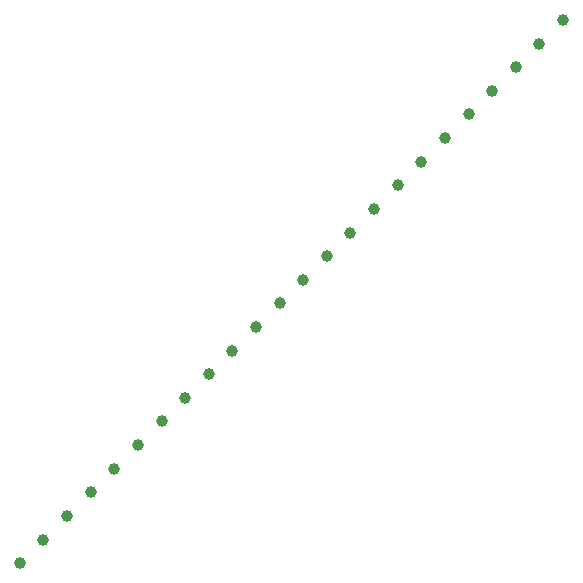
<source format=gbr>
G04 Examples for testing time performance of Gerber parsers*
%FSLAX26Y26*%
%MOMM*%
%ADD10C,1*%
%LPD*%
D10*
X0Y0D03*
X2000000Y2000000D03*
X4000000Y4000000D03*
X6000000Y6000000D03*
X8000000Y8000000D03*
X10000000Y10000000D03*
X12000000Y12000000D03*
X14000000Y14000000D03*
X16000000Y16000000D03*
X18000000Y18000000D03*
X20000000Y20000000D03*
X22000000Y22000000D03*
X24000000Y24000000D03*
X26000000Y26000000D03*
X28000000Y28000000D03*
X30000000Y30000000D03*
X32000000Y32000000D03*
X34000000Y34000000D03*
X36000000Y36000000D03*
X38000000Y38000000D03*
X40000000Y40000000D03*
X42000000Y42000000D03*
X44000000Y44000000D03*
X46000000Y46000000D03*
M02*

</source>
